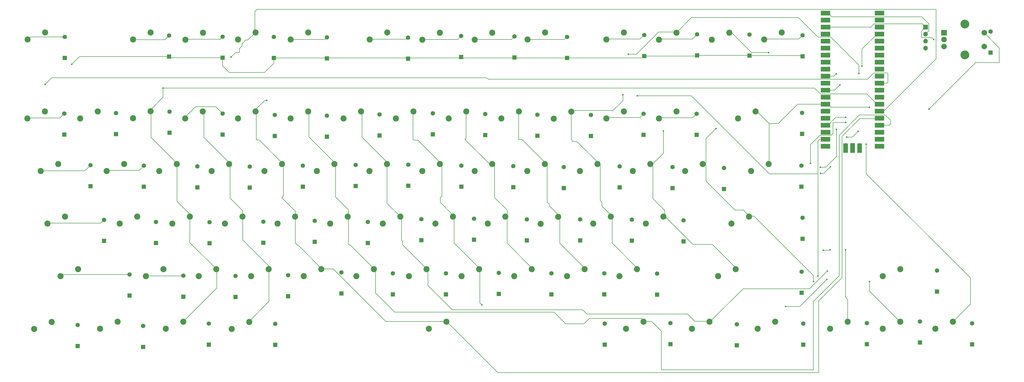
<source format=gbr>
%TF.GenerationSoftware,KiCad,Pcbnew,9.0.2*%
%TF.CreationDate,2025-06-22T22:51:18+05:30*%
%TF.ProjectId,hackboard,6861636b-626f-4617-9264-2e6b69636164,rev?*%
%TF.SameCoordinates,Original*%
%TF.FileFunction,Copper,L2,Bot*%
%TF.FilePolarity,Positive*%
%FSLAX46Y46*%
G04 Gerber Fmt 4.6, Leading zero omitted, Abs format (unit mm)*
G04 Created by KiCad (PCBNEW 9.0.2) date 2025-06-22 22:51:18*
%MOMM*%
%LPD*%
G01*
G04 APERTURE LIST*
G04 Aperture macros list*
%AMRoundRect*
0 Rectangle with rounded corners*
0 $1 Rounding radius*
0 $2 $3 $4 $5 $6 $7 $8 $9 X,Y pos of 4 corners*
0 Add a 4 corners polygon primitive as box body*
4,1,4,$2,$3,$4,$5,$6,$7,$8,$9,$2,$3,0*
0 Add four circle primitives for the rounded corners*
1,1,$1+$1,$2,$3*
1,1,$1+$1,$4,$5*
1,1,$1+$1,$6,$7*
1,1,$1+$1,$8,$9*
0 Add four rect primitives between the rounded corners*
20,1,$1+$1,$2,$3,$4,$5,0*
20,1,$1+$1,$4,$5,$6,$7,0*
20,1,$1+$1,$6,$7,$8,$9,0*
20,1,$1+$1,$8,$9,$2,$3,0*%
G04 Aperture macros list end*
%TA.AperFunction,ComponentPad*%
%ADD10C,2.200000*%
%TD*%
%TA.AperFunction,ComponentPad*%
%ADD11R,1.700000X1.700000*%
%TD*%
%TA.AperFunction,ComponentPad*%
%ADD12O,1.700000X1.700000*%
%TD*%
%TA.AperFunction,ComponentPad*%
%ADD13R,2.000000X2.000000*%
%TD*%
%TA.AperFunction,ComponentPad*%
%ADD14C,2.000000*%
%TD*%
%TA.AperFunction,ComponentPad*%
%ADD15C,3.200000*%
%TD*%
%TA.AperFunction,ComponentPad*%
%ADD16RoundRect,0.250000X0.550000X-0.550000X0.550000X0.550000X-0.550000X0.550000X-0.550000X-0.550000X0*%
%TD*%
%TA.AperFunction,ComponentPad*%
%ADD17C,1.600000*%
%TD*%
%TA.AperFunction,SMDPad,CuDef*%
%ADD18R,3.500000X1.700000*%
%TD*%
%TA.AperFunction,SMDPad,CuDef*%
%ADD19R,1.700000X3.500000*%
%TD*%
%TA.AperFunction,ViaPad*%
%ADD20C,0.600000*%
%TD*%
%TA.AperFunction,Conductor*%
%ADD21C,0.200000*%
%TD*%
G04 APERTURE END LIST*
D10*
%TO.P,SW44,1,1*%
%TO.N,col3*%
X128825000Y-293540000D03*
%TO.P,SW44,2,2*%
%TO.N,Net-(D44-A)*%
X122475000Y-296080000D03*
%TD*%
%TO.P,SW43,1,1*%
%TO.N,col2*%
X109790000Y-293540000D03*
%TO.P,SW43,2,2*%
%TO.N,Net-(D43-A)*%
X103440000Y-296080000D03*
%TD*%
%TO.P,SW52,1,1*%
%TO.N,col11*%
X281220000Y-293540000D03*
%TO.P,SW52,2,2*%
%TO.N,Net-(D52-A)*%
X274870000Y-296080000D03*
%TD*%
%TO.P,SW22,1,1*%
%TO.N,col9*%
X228880000Y-255440000D03*
%TO.P,SW22,2,2*%
%TO.N,Net-(D22-A)*%
X222530000Y-257980000D03*
%TD*%
%TO.P,SW18,1,1*%
%TO.N,col5*%
X152660000Y-255440000D03*
%TO.P,SW18,2,2*%
%TO.N,Net-(D18-A)*%
X146310000Y-257980000D03*
%TD*%
%TO.P,SW39,1,1*%
%TO.N,col12*%
X295510000Y-274500000D03*
%TO.P,SW39,2,2*%
%TO.N,Net-(D39-A)*%
X289160000Y-277040000D03*
%TD*%
%TO.P,SW74,1,1*%
%TO.N,col7*%
X316920000Y-331660000D03*
%TO.P,SW74,2,2*%
%TO.N,Net-(D74-A)*%
X310570000Y-334200000D03*
%TD*%
%TO.P,SW42,1,1*%
%TO.N,col1*%
X83600000Y-293560000D03*
%TO.P,SW42,2,2*%
%TO.N,Net-(D42-A)*%
X77250000Y-296100000D03*
%TD*%
%TO.P,SW27,1,1*%
%TO.N,col14*%
X333640000Y-255460000D03*
%TO.P,SW27,2,2*%
%TO.N,Net-(D27-A)*%
X327290000Y-258000000D03*
%TD*%
%TO.P,SW26,1,1*%
%TO.N,col13*%
X305020000Y-255450000D03*
%TO.P,SW26,2,2*%
%TO.N,Net-(D26-A)*%
X298670000Y-257990000D03*
%TD*%
%TO.P,SW68,1,1*%
%TO.N,col1*%
X78810000Y-331710000D03*
%TO.P,SW68,2,2*%
%TO.N,Net-(D68-A)*%
X72460000Y-334250000D03*
%TD*%
%TO.P,SW37,1,1*%
%TO.N,col10*%
X257350000Y-274530000D03*
%TO.P,SW37,2,2*%
%TO.N,Net-(D37-A)*%
X251000000Y-277070000D03*
%TD*%
%TO.P,SW49,1,1*%
%TO.N,col8*%
X224110000Y-293550000D03*
%TO.P,SW49,2,2*%
%TO.N,Net-(D49-A)*%
X217760000Y-296090000D03*
%TD*%
D11*
%TO.P,Brd1,1,GND*%
%TO.N,GND*%
X395230000Y-224870000D03*
D12*
%TO.P,Brd1,2,VCC*%
%TO.N,+5V*%
X395230000Y-227410000D03*
%TO.P,Brd1,3,SCL*%
%TO.N,Net-(Brd1-SCL)*%
X395230000Y-229950000D03*
%TO.P,Brd1,4,SDA*%
%TO.N,Net-(Brd1-SDA)*%
X395230000Y-232490000D03*
%TD*%
D10*
%TO.P,SW47,1,1*%
%TO.N,col6*%
X185980000Y-293540000D03*
%TO.P,SW47,2,2*%
%TO.N,Net-(D47-A)*%
X179630000Y-296080000D03*
%TD*%
%TO.P,SW45,1,1*%
%TO.N,col4*%
X147880000Y-293570000D03*
%TO.P,SW45,2,2*%
%TO.N,Net-(D45-A)*%
X141530000Y-296110000D03*
%TD*%
%TO.P,SW34,1,1*%
%TO.N,col7*%
X200240000Y-274520000D03*
%TO.P,SW34,2,2*%
%TO.N,Net-(D34-A)*%
X193890000Y-277060000D03*
%TD*%
%TO.P,SW12,1,1*%
%TO.N,col12*%
X324120000Y-226890000D03*
%TO.P,SW12,2,2*%
%TO.N,Net-(D12-A)*%
X317770000Y-229430000D03*
%TD*%
%TO.P,SW10,1,1*%
%TO.N,col10*%
X285960000Y-226860000D03*
%TO.P,SW10,2,2*%
%TO.N,Net-(D10-A)*%
X279610000Y-229400000D03*
%TD*%
%TO.P,SW4,1,1*%
%TO.N,col4*%
X152610000Y-226850000D03*
%TO.P,SW4,2,2*%
%TO.N,Net-(D4-A)*%
X146260000Y-229390000D03*
%TD*%
%TO.P,SW32,1,1*%
%TO.N,col5*%
X162150000Y-274510000D03*
%TO.P,SW32,2,2*%
%TO.N,Net-(D32-A)*%
X155800000Y-277050000D03*
%TD*%
%TO.P,SW35,1,1*%
%TO.N,col8*%
X219310000Y-274520000D03*
%TO.P,SW35,2,2*%
%TO.N,Net-(D35-A)*%
X212960000Y-277060000D03*
%TD*%
%TO.P,SW58,1,1*%
%TO.N,col4*%
X157400000Y-312620000D03*
%TO.P,SW58,2,2*%
%TO.N,Net-(D58-A)*%
X151050000Y-315160000D03*
%TD*%
%TO.P,SW16,1,1*%
%TO.N,col3*%
X114580000Y-255410000D03*
%TO.P,SW16,2,2*%
%TO.N,Net-(D16-A)*%
X108230000Y-257950000D03*
%TD*%
%TO.P,SW59,1,1*%
%TO.N,col5*%
X176450000Y-312590000D03*
%TO.P,SW59,2,2*%
%TO.N,Net-(D59-A)*%
X170100000Y-315130000D03*
%TD*%
%TO.P,SW78,1,1*%
%TO.N,col11*%
X405060000Y-331660000D03*
%TO.P,SW78,2,2*%
%TO.N,Net-(D78-A)*%
X398710000Y-334200000D03*
%TD*%
%TO.P,SW7,1,1*%
%TO.N,col7*%
X219360000Y-226920000D03*
%TO.P,SW7,2,2*%
%TO.N,Net-(D7-A)*%
X213010000Y-229460000D03*
%TD*%
%TO.P,SW6,1,1*%
%TO.N,col6*%
X200270000Y-226830000D03*
%TO.P,SW6,2,2*%
%TO.N,Net-(D6-A)*%
X193920000Y-229370000D03*
%TD*%
%TO.P,SW19,1,1*%
%TO.N,col6*%
X171690000Y-255440000D03*
%TO.P,SW19,2,2*%
%TO.N,Net-(D19-A)*%
X165340000Y-257980000D03*
%TD*%
%TO.P,SW28,1,1*%
%TO.N,col1*%
X81190000Y-274500000D03*
%TO.P,SW28,2,2*%
%TO.N,Net-(D28-A)*%
X74840000Y-277040000D03*
%TD*%
%TO.P,SW23,1,1*%
%TO.N,col10*%
X247920000Y-255480000D03*
%TO.P,SW23,2,2*%
%TO.N,Net-(D23-A)*%
X241570000Y-258020000D03*
%TD*%
%TO.P,SW2,1,1*%
%TO.N,col2*%
X114600000Y-226870000D03*
%TO.P,SW2,2,2*%
%TO.N,Net-(D2-A)*%
X108250000Y-229410000D03*
%TD*%
%TO.P,SW72,1,1*%
%TO.N,col5*%
X221680000Y-331660000D03*
%TO.P,SW72,2,2*%
%TO.N,Net-(D72-A)*%
X215330000Y-334200000D03*
%TD*%
%TO.P,SW55,1,1*%
%TO.N,col1*%
X88350000Y-312620000D03*
%TO.P,SW55,2,2*%
%TO.N,Net-(D55-A)*%
X82000000Y-315160000D03*
%TD*%
%TO.P,SW20,1,1*%
%TO.N,col7*%
X190770000Y-255440000D03*
%TO.P,SW20,2,2*%
%TO.N,Net-(D20-A)*%
X184420000Y-257980000D03*
%TD*%
%TO.P,SW36,1,1*%
%TO.N,col9*%
X238340000Y-274510000D03*
%TO.P,SW36,2,2*%
%TO.N,Net-(D36-A)*%
X231990000Y-277050000D03*
%TD*%
%TO.P,SW64,1,1*%
%TO.N,col10*%
X271710000Y-312630000D03*
%TO.P,SW64,2,2*%
%TO.N,Net-(D64-A)*%
X265360000Y-315170000D03*
%TD*%
%TO.P,SW8,1,1*%
%TO.N,col8*%
X238340000Y-226930000D03*
%TO.P,SW8,2,2*%
%TO.N,Net-(D8-A)*%
X231990000Y-229470000D03*
%TD*%
%TO.P,SW50,1,1*%
%TO.N,col9*%
X243060000Y-293520000D03*
%TO.P,SW50,2,2*%
%TO.N,Net-(D50-A)*%
X236710000Y-296060000D03*
%TD*%
%TO.P,SW54,1,1*%
%TO.N,col13*%
X331230000Y-293542500D03*
%TO.P,SW54,2,2*%
%TO.N,Net-(D54-A)*%
X324880000Y-296082500D03*
%TD*%
%TO.P,SW31,1,1*%
%TO.N,col4*%
X143090000Y-274510000D03*
%TO.P,SW31,2,2*%
%TO.N,Net-(D31-A)*%
X136740000Y-277050000D03*
%TD*%
%TO.P,SW17,1,1*%
%TO.N,col4*%
X133520000Y-255480000D03*
%TO.P,SW17,2,2*%
%TO.N,Net-(D17-A)*%
X127170000Y-258020000D03*
%TD*%
%TO.P,SW21,1,1*%
%TO.N,col8*%
X209810000Y-255440000D03*
%TO.P,SW21,2,2*%
%TO.N,Net-(D21-A)*%
X203460000Y-257980000D03*
%TD*%
D13*
%TO.P,SW79,A,A*%
%TO.N,enc2*%
X401910000Y-226900000D03*
D14*
%TO.P,SW79,B,B*%
%TO.N,enc1*%
X401910000Y-231900000D03*
%TO.P,SW79,C,C*%
%TO.N,GND*%
X401910000Y-229400000D03*
D15*
%TO.P,SW79,MP*%
%TO.N,N/C*%
X409410000Y-223800000D03*
X409410000Y-235000000D03*
D14*
%TO.P,SW79,S1,S1*%
%TO.N,Net-(D79-A)*%
X416410000Y-231900000D03*
%TO.P,SW79,S2,S2*%
%TO.N,col14*%
X416410000Y-226900000D03*
%TD*%
D10*
%TO.P,SW60,1,1*%
%TO.N,col6*%
X195500000Y-312590000D03*
%TO.P,SW60,2,2*%
%TO.N,Net-(D60-A)*%
X189150000Y-315130000D03*
%TD*%
%TO.P,SW71,1,1*%
%TO.N,col4*%
X150300000Y-331710000D03*
%TO.P,SW71,2,2*%
%TO.N,Net-(D71-A)*%
X143950000Y-334250000D03*
%TD*%
%TO.P,SW76,1,1*%
%TO.N,col9*%
X366960000Y-331620000D03*
%TO.P,SW76,2,2*%
%TO.N,Net-(D76-A)*%
X360610000Y-334160000D03*
%TD*%
%TO.P,SW69,1,1*%
%TO.N,col2*%
X102630000Y-331670000D03*
%TO.P,SW69,2,2*%
%TO.N,Net-(D69-A)*%
X96280000Y-334210000D03*
%TD*%
%TO.P,SW48,1,1*%
%TO.N,col7*%
X205010000Y-293570000D03*
%TO.P,SW48,2,2*%
%TO.N,Net-(D48-A)*%
X198660000Y-296110000D03*
%TD*%
%TO.P,SW11,1,1*%
%TO.N,col11*%
X305020000Y-226890000D03*
%TO.P,SW11,2,2*%
%TO.N,Net-(D11-A)*%
X298670000Y-229430000D03*
%TD*%
%TO.P,SW63,1,1*%
%TO.N,col9*%
X252650000Y-312630000D03*
%TO.P,SW63,2,2*%
%TO.N,Net-(D63-A)*%
X246300000Y-315170000D03*
%TD*%
%TO.P,SW29,1,1*%
%TO.N,col2*%
X105000000Y-274520000D03*
%TO.P,SW29,2,2*%
%TO.N,Net-(D29-A)*%
X98650000Y-277060000D03*
%TD*%
%TO.P,SW46,1,1*%
%TO.N,col5*%
X166900000Y-293540000D03*
%TO.P,SW46,2,2*%
%TO.N,Net-(D46-A)*%
X160550000Y-296080000D03*
%TD*%
%TO.P,SW33,1,1*%
%TO.N,col6*%
X181160000Y-274490000D03*
%TO.P,SW33,2,2*%
%TO.N,Net-(D33-A)*%
X174810000Y-277030000D03*
%TD*%
%TO.P,SW41,1,1*%
%TO.N,col14*%
X338380000Y-274520000D03*
%TO.P,SW41,2,2*%
%TO.N,Net-(D41-A)*%
X332030000Y-277060000D03*
%TD*%
%TO.P,SW1,1,1*%
%TO.N,col1*%
X76435000Y-226870000D03*
%TO.P,SW1,2,2*%
%TO.N,Net-(D1-A)*%
X70085000Y-229410000D03*
%TD*%
%TO.P,SW25,1,1*%
%TO.N,col12*%
X286000000Y-255480000D03*
%TO.P,SW25,2,2*%
%TO.N,Net-(D25-A)*%
X279650000Y-258020000D03*
%TD*%
%TO.P,SW57,1,1*%
%TO.N,col3*%
X138390000Y-312620000D03*
%TO.P,SW57,2,2*%
%TO.N,Net-(D57-A)*%
X132040000Y-315160000D03*
%TD*%
%TO.P,SW40,1,1*%
%TO.N,col13*%
X314540000Y-274500000D03*
%TO.P,SW40,2,2*%
%TO.N,Net-(D40-A)*%
X308190000Y-277040000D03*
%TD*%
%TO.P,SW61,1,1*%
%TO.N,col7*%
X214550000Y-312590000D03*
%TO.P,SW61,2,2*%
%TO.N,Net-(D61-A)*%
X208200000Y-315130000D03*
%TD*%
%TO.P,SW9,1,1*%
%TO.N,col9*%
X257430000Y-226830000D03*
%TO.P,SW9,2,2*%
%TO.N,Net-(D9-A)*%
X251080000Y-229370000D03*
%TD*%
%TO.P,SW5,1,1*%
%TO.N,col5*%
X171710000Y-226850000D03*
%TO.P,SW5,2,2*%
%TO.N,Net-(D5-A)*%
X165360000Y-229390000D03*
%TD*%
%TO.P,SW14,1,1*%
%TO.N,col1*%
X76360000Y-255440000D03*
%TO.P,SW14,2,2*%
%TO.N,Net-(D14-A)*%
X70010000Y-257980000D03*
%TD*%
%TO.P,SW77,1,1*%
%TO.N,col10*%
X386020000Y-331690000D03*
%TO.P,SW77,2,2*%
%TO.N,Net-(D77-A)*%
X379670000Y-334230000D03*
%TD*%
%TO.P,SW75,1,1*%
%TO.N,col8*%
X340740000Y-331680000D03*
%TO.P,SW75,2,2*%
%TO.N,Net-(D75-A)*%
X334390000Y-334220000D03*
%TD*%
%TO.P,SW53,1,1*%
%TO.N,col12*%
X300310000Y-293580000D03*
%TO.P,SW53,2,2*%
%TO.N,Net-(D53-A)*%
X293960000Y-296120000D03*
%TD*%
%TO.P,SW70,1,1*%
%TO.N,col3*%
X126460000Y-331650000D03*
%TO.P,SW70,2,2*%
%TO.N,Net-(D70-A)*%
X120110000Y-334190000D03*
%TD*%
%TO.P,SW15,1,1*%
%TO.N,col2*%
X95500000Y-255480000D03*
%TO.P,SW15,2,2*%
%TO.N,Net-(D15-A)*%
X89150000Y-258020000D03*
%TD*%
%TO.P,SW62,1,1*%
%TO.N,col8*%
X233600000Y-312590000D03*
%TO.P,SW62,2,2*%
%TO.N,Net-(D62-A)*%
X227250000Y-315130000D03*
%TD*%
%TO.P,SW56,1,1*%
%TO.N,col2*%
X119270000Y-312590000D03*
%TO.P,SW56,2,2*%
%TO.N,Net-(D56-A)*%
X112920000Y-315130000D03*
%TD*%
%TO.P,SW3,1,1*%
%TO.N,col3*%
X133550000Y-226880000D03*
%TO.P,SW3,2,2*%
%TO.N,Net-(D3-A)*%
X127200000Y-229420000D03*
%TD*%
%TO.P,SW65,1,1*%
%TO.N,col11*%
X290740000Y-312590000D03*
%TO.P,SW65,2,2*%
%TO.N,Net-(D65-A)*%
X284390000Y-315130000D03*
%TD*%
%TO.P,SW38,1,1*%
%TO.N,col11*%
X276430000Y-274530000D03*
%TO.P,SW38,2,2*%
%TO.N,Net-(D38-A)*%
X270080000Y-277070000D03*
%TD*%
%TO.P,SW67,1,1*%
%TO.N,col13*%
X386010000Y-312630000D03*
%TO.P,SW67,2,2*%
%TO.N,Net-(D67-A)*%
X379660000Y-315170000D03*
%TD*%
%TO.P,SW24,1,1*%
%TO.N,col11*%
X266890000Y-255510000D03*
%TO.P,SW24,2,2*%
%TO.N,Net-(D24-A)*%
X260540000Y-258050000D03*
%TD*%
%TO.P,SW30,1,1*%
%TO.N,col3*%
X124080000Y-274510000D03*
%TO.P,SW30,2,2*%
%TO.N,Net-(D30-A)*%
X117730000Y-277050000D03*
%TD*%
%TO.P,SW51,1,1*%
%TO.N,col10*%
X262210000Y-293610000D03*
%TO.P,SW51,2,2*%
%TO.N,Net-(D51-A)*%
X255860000Y-296150000D03*
%TD*%
%TO.P,SW73,1,1*%
%TO.N,col6*%
X293110000Y-331630000D03*
%TO.P,SW73,2,2*%
%TO.N,Net-(D73-A)*%
X286760000Y-334170000D03*
%TD*%
%TO.P,SW13,1,1*%
%TO.N,col13*%
X343120000Y-226870000D03*
%TO.P,SW13,2,2*%
%TO.N,Net-(D13-A)*%
X336770000Y-229410000D03*
%TD*%
%TO.P,SW66,1,1*%
%TO.N,col12*%
X326470000Y-312590000D03*
%TO.P,SW66,2,2*%
%TO.N,Net-(D66-A)*%
X320120000Y-315130000D03*
%TD*%
D16*
%TO.P,D6,1,K*%
%TO.N,row1*%
X207850000Y-236300000D03*
D17*
%TO.P,D6,2,A*%
%TO.N,Net-(D6-A)*%
X207850000Y-228680000D03*
%TD*%
D16*
%TO.P,D52,1,K*%
%TO.N,row4*%
X288875000Y-302250000D03*
D17*
%TO.P,D52,2,A*%
%TO.N,Net-(D52-A)*%
X288875000Y-294630000D03*
%TD*%
D16*
%TO.P,D4,1,K*%
%TO.N,row1*%
X159250000Y-236095000D03*
D17*
%TO.P,D4,2,A*%
%TO.N,Net-(D4-A)*%
X159250000Y-228475000D03*
%TD*%
D16*
%TO.P,D69,1,K*%
%TO.N,row6*%
X111890000Y-340760000D03*
D17*
%TO.P,D69,2,A*%
%TO.N,Net-(D69-A)*%
X111890000Y-333140000D03*
%TD*%
D16*
%TO.P,D54,1,K*%
%TO.N,row4*%
X350675000Y-301575000D03*
D17*
%TO.P,D54,2,A*%
%TO.N,Net-(D54-A)*%
X350675000Y-293955000D03*
%TD*%
D16*
%TO.P,D40,1,K*%
%TO.N,row3*%
X322175000Y-283550000D03*
D17*
%TO.P,D40,2,A*%
%TO.N,Net-(D40-A)*%
X322175000Y-275930000D03*
%TD*%
D16*
%TO.P,D57,1,K*%
%TO.N,row5*%
X145350000Y-322670000D03*
D17*
%TO.P,D57,2,A*%
%TO.N,Net-(D57-A)*%
X145350000Y-315050000D03*
%TD*%
D16*
%TO.P,D2,1,K*%
%TO.N,row1*%
X121275000Y-235550000D03*
D17*
%TO.P,D2,2,A*%
%TO.N,Net-(D2-A)*%
X121275000Y-227930000D03*
%TD*%
D16*
%TO.P,D12,1,K*%
%TO.N,row1*%
X331425000Y-235250000D03*
D17*
%TO.P,D12,2,A*%
%TO.N,Net-(D12-A)*%
X331425000Y-227630000D03*
%TD*%
D16*
%TO.P,D47,1,K*%
%TO.N,row4*%
X193250000Y-303150000D03*
D17*
%TO.P,D47,2,A*%
%TO.N,Net-(D47-A)*%
X193250000Y-295530000D03*
%TD*%
D16*
%TO.P,D21,1,K*%
%TO.N,row2*%
X216825000Y-263775000D03*
D17*
%TO.P,D21,2,A*%
%TO.N,Net-(D21-A)*%
X216825000Y-256155000D03*
%TD*%
D16*
%TO.P,D25,1,K*%
%TO.N,row2*%
X293100000Y-263950000D03*
D17*
%TO.P,D25,2,A*%
%TO.N,Net-(D25-A)*%
X293100000Y-256330000D03*
%TD*%
D16*
%TO.P,D16,1,K*%
%TO.N,row2*%
X121425000Y-263150000D03*
D17*
%TO.P,D16,2,A*%
%TO.N,Net-(D16-A)*%
X121425000Y-255530000D03*
%TD*%
D16*
%TO.P,D36,1,K*%
%TO.N,row3*%
X245950000Y-282875000D03*
D17*
%TO.P,D36,2,A*%
%TO.N,Net-(D36-A)*%
X245950000Y-275255000D03*
%TD*%
D16*
%TO.P,D17,1,K*%
%TO.N,row2*%
X140700000Y-263800000D03*
D17*
%TO.P,D17,2,A*%
%TO.N,Net-(D17-A)*%
X140700000Y-256180000D03*
%TD*%
D16*
%TO.P,D62,1,K*%
%TO.N,row5*%
X240700000Y-321600000D03*
D17*
%TO.P,D62,2,A*%
%TO.N,Net-(D62-A)*%
X240700000Y-313980000D03*
%TD*%
D16*
%TO.P,D1,1,K*%
%TO.N,row1*%
X83500000Y-236100000D03*
D17*
%TO.P,D1,2,A*%
%TO.N,Net-(D1-A)*%
X83500000Y-228480000D03*
%TD*%
D16*
%TO.P,D20,1,K*%
%TO.N,row2*%
X197500000Y-264200000D03*
D17*
%TO.P,D20,2,A*%
%TO.N,Net-(D20-A)*%
X197500000Y-256580000D03*
%TD*%
D16*
%TO.P,D8,1,K*%
%TO.N,row1*%
X246350000Y-235900000D03*
D17*
%TO.P,D8,2,A*%
%TO.N,Net-(D8-A)*%
X246350000Y-228280000D03*
%TD*%
D16*
%TO.P,D24,1,K*%
%TO.N,row2*%
X274050000Y-264350000D03*
D17*
%TO.P,D24,2,A*%
%TO.N,Net-(D24-A)*%
X274050000Y-256730000D03*
%TD*%
D16*
%TO.P,D70,1,K*%
%TO.N,row6*%
X135670000Y-339970000D03*
D17*
%TO.P,D70,2,A*%
%TO.N,Net-(D70-A)*%
X135670000Y-332350000D03*
%TD*%
D16*
%TO.P,D14,1,K*%
%TO.N,row2*%
X83400000Y-263825000D03*
D17*
%TO.P,D14,2,A*%
%TO.N,Net-(D14-A)*%
X83400000Y-256205000D03*
%TD*%
D16*
%TO.P,D13,1,K*%
%TO.N,row1*%
X350650000Y-235475000D03*
D17*
%TO.P,D13,2,A*%
%TO.N,Net-(D13-A)*%
X350650000Y-227855000D03*
%TD*%
D16*
%TO.P,D55,1,K*%
%TO.N,row5*%
X106975000Y-322150000D03*
D17*
%TO.P,D55,2,A*%
%TO.N,Net-(D55-A)*%
X106975000Y-314530000D03*
%TD*%
D16*
%TO.P,D75,1,K*%
%TO.N,row6*%
X350930000Y-339950000D03*
D17*
%TO.P,D75,2,A*%
%TO.N,Net-(D75-A)*%
X350930000Y-332330000D03*
%TD*%
D16*
%TO.P,D23,1,K*%
%TO.N,row2*%
X254650000Y-264225000D03*
D17*
%TO.P,D23,2,A*%
%TO.N,Net-(D23-A)*%
X254650000Y-256605000D03*
%TD*%
D16*
%TO.P,D26,1,K*%
%TO.N,row2*%
X312275000Y-263925000D03*
D17*
%TO.P,D26,2,A*%
%TO.N,Net-(D26-A)*%
X312275000Y-256305000D03*
%TD*%
D16*
%TO.P,D68,1,K*%
%TO.N,row6*%
X88180000Y-340440000D03*
D17*
%TO.P,D68,2,A*%
%TO.N,Net-(D68-A)*%
X88180000Y-332820000D03*
%TD*%
D16*
%TO.P,D49,1,K*%
%TO.N,row4*%
X231725000Y-301975000D03*
D17*
%TO.P,D49,2,A*%
%TO.N,Net-(D49-A)*%
X231725000Y-294355000D03*
%TD*%
D16*
%TO.P,D10,1,K*%
%TO.N,row1*%
X293300000Y-235350000D03*
D17*
%TO.P,D10,2,A*%
%TO.N,Net-(D10-A)*%
X293300000Y-227730000D03*
%TD*%
D16*
%TO.P,D37,1,K*%
%TO.N,row3*%
X264220000Y-283210000D03*
D17*
%TO.P,D37,2,A*%
%TO.N,Net-(D37-A)*%
X264220000Y-275590000D03*
%TD*%
D16*
%TO.P,D42,1,K*%
%TO.N,row4*%
X97800000Y-302350000D03*
D17*
%TO.P,D42,2,A*%
%TO.N,Net-(D42-A)*%
X97800000Y-294730000D03*
%TD*%
D16*
%TO.P,D78,1,K*%
%TO.N,row6*%
X412020000Y-339840000D03*
D17*
%TO.P,D78,2,A*%
%TO.N,Net-(D78-A)*%
X412020000Y-332220000D03*
%TD*%
D16*
%TO.P,D5,1,K*%
%TO.N,row1*%
X178425000Y-236250000D03*
D17*
%TO.P,D5,2,A*%
%TO.N,Net-(D5-A)*%
X178425000Y-228630000D03*
%TD*%
D16*
%TO.P,D45,1,K*%
%TO.N,row4*%
X155375000Y-303050000D03*
D17*
%TO.P,D45,2,A*%
%TO.N,Net-(D45-A)*%
X155375000Y-295430000D03*
%TD*%
D16*
%TO.P,D19,1,K*%
%TO.N,row2*%
X178425000Y-264600000D03*
D17*
%TO.P,D19,2,A*%
%TO.N,Net-(D19-A)*%
X178425000Y-256980000D03*
%TD*%
D16*
%TO.P,D32,1,K*%
%TO.N,row3*%
X169750000Y-282750000D03*
D17*
%TO.P,D32,2,A*%
%TO.N,Net-(D32-A)*%
X169750000Y-275130000D03*
%TD*%
D12*
%TO.P,U1,1,GPIO0*%
%TO.N,row1*%
X377630000Y-219780000D03*
D18*
X378530000Y-219780000D03*
D12*
%TO.P,U1,2,GPIO1*%
%TO.N,row2*%
X377630000Y-222320000D03*
D18*
X378530000Y-222320000D03*
D11*
%TO.P,U1,3,GND*%
%TO.N,unconnected-(U1-GND-Pad3)*%
X377630000Y-224860000D03*
D18*
%TO.N,unconnected-(U1-GND-Pad3)_1*%
X378530000Y-224860000D03*
D12*
%TO.P,U1,4,GPIO2*%
%TO.N,row3*%
X377630000Y-227400000D03*
D18*
X378530000Y-227400000D03*
D12*
%TO.P,U1,5,GPIO3*%
%TO.N,row4*%
X377630000Y-229940000D03*
D18*
X378530000Y-229940000D03*
D12*
%TO.P,U1,6,GPIO4*%
%TO.N,Net-(Brd1-SDA)*%
X377630000Y-232480000D03*
D18*
X378530000Y-232480000D03*
D12*
%TO.P,U1,7,GPIO5*%
%TO.N,Net-(Brd1-SCL)*%
X377630000Y-235020000D03*
D18*
X378530000Y-235020000D03*
D11*
%TO.P,U1,8,GND*%
%TO.N,unconnected-(U1-GND-Pad8)*%
X377630000Y-237560000D03*
D18*
%TO.N,unconnected-(U1-GND-Pad8)_1*%
X378530000Y-237560000D03*
D12*
%TO.P,U1,9,GPIO6*%
%TO.N,row5*%
X377630000Y-240100000D03*
D18*
X378530000Y-240100000D03*
D12*
%TO.P,U1,10,GPIO7*%
%TO.N,row6*%
X377630000Y-242640000D03*
D18*
X378530000Y-242640000D03*
D12*
%TO.P,U1,11,GPIO8*%
%TO.N,col1*%
X377630000Y-245180000D03*
D18*
X378530000Y-245180000D03*
D12*
%TO.P,U1,12,GPIO9*%
%TO.N,col2*%
X377630000Y-247720000D03*
D18*
X378530000Y-247720000D03*
D11*
%TO.P,U1,13,GND*%
%TO.N,unconnected-(U1-GND-Pad13)*%
X377630000Y-250260000D03*
D18*
%TO.N,unconnected-(U1-GND-Pad13)_1*%
X378530000Y-250260000D03*
D12*
%TO.P,U1,14,GPIO10*%
%TO.N,col3*%
X377630000Y-252800000D03*
D18*
X378530000Y-252800000D03*
D12*
%TO.P,U1,15,GPIO11*%
%TO.N,col4*%
X377630000Y-255340000D03*
D18*
X378530000Y-255340000D03*
D12*
%TO.P,U1,16,GPIO12*%
%TO.N,col5*%
X377630000Y-257880000D03*
D18*
X378530000Y-257880000D03*
D12*
%TO.P,U1,17,GPIO13*%
%TO.N,col6*%
X377630000Y-260420000D03*
D18*
X378530000Y-260420000D03*
D11*
%TO.P,U1,18,GND*%
%TO.N,unconnected-(U1-GND-Pad18)_1*%
X377630000Y-262960000D03*
D18*
%TO.N,unconnected-(U1-GND-Pad18)*%
X378530000Y-262960000D03*
D12*
%TO.P,U1,19,GPIO14*%
%TO.N,col7*%
X377630000Y-265500000D03*
D18*
X378530000Y-265500000D03*
D12*
%TO.P,U1,20,GPIO15*%
%TO.N,col8*%
X377630000Y-268040000D03*
D18*
X378530000Y-268040000D03*
D12*
%TO.P,U1,21,GPIO16*%
%TO.N,col9*%
X359850000Y-268040000D03*
D18*
X358950000Y-268040000D03*
D12*
%TO.P,U1,22,GPIO17*%
%TO.N,col10*%
X359850000Y-265500000D03*
D18*
X358950000Y-265500000D03*
D11*
%TO.P,U1,23,GND*%
%TO.N,unconnected-(U1-GND-Pad23)*%
X359850000Y-262960000D03*
D18*
%TO.N,unconnected-(U1-GND-Pad23)_1*%
X358950000Y-262960000D03*
D12*
%TO.P,U1,24,GPIO18*%
%TO.N,col11*%
X359850000Y-260420000D03*
D18*
X358950000Y-260420000D03*
D12*
%TO.P,U1,25,GPIO19*%
%TO.N,col12*%
X359850000Y-257880000D03*
D18*
X358950000Y-257880000D03*
D12*
%TO.P,U1,26,GPIO20*%
%TO.N,col13*%
X359850000Y-255340000D03*
D18*
X358950000Y-255340000D03*
D12*
%TO.P,U1,27,GPIO21*%
%TO.N,col14*%
X359850000Y-252800000D03*
D18*
X358950000Y-252800000D03*
D11*
%TO.P,U1,28,GND*%
%TO.N,unconnected-(U1-GND-Pad28)*%
X359850000Y-250260000D03*
D18*
%TO.N,unconnected-(U1-GND-Pad28)_1*%
X358950000Y-250260000D03*
D12*
%TO.P,U1,29,GPIO22*%
%TO.N,enc1*%
X359850000Y-247720000D03*
D18*
X358950000Y-247720000D03*
D12*
%TO.P,U1,30,RUN*%
%TO.N,unconnected-(U1-RUN-Pad30)_1*%
X359850000Y-245180000D03*
D18*
%TO.N,unconnected-(U1-RUN-Pad30)*%
X358950000Y-245180000D03*
D12*
%TO.P,U1,31,GPIO26_ADC0*%
%TO.N,enc2*%
X359850000Y-242640000D03*
D18*
X358950000Y-242640000D03*
D12*
%TO.P,U1,32,GPIO27_ADC1*%
%TO.N,unconnected-(U1-GPIO27_ADC1-Pad32)_1*%
X359850000Y-240100000D03*
D18*
%TO.N,unconnected-(U1-GPIO27_ADC1-Pad32)*%
X358950000Y-240100000D03*
D11*
%TO.P,U1,33,AGND*%
%TO.N,unconnected-(U1-AGND-Pad33)*%
X359850000Y-237560000D03*
D18*
%TO.N,unconnected-(U1-AGND-Pad33)_1*%
X358950000Y-237560000D03*
D12*
%TO.P,U1,34,GPIO28_ADC2*%
%TO.N,unconnected-(U1-GPIO28_ADC2-Pad34)_1*%
X359850000Y-235020000D03*
D18*
%TO.N,unconnected-(U1-GPIO28_ADC2-Pad34)*%
X358950000Y-235020000D03*
D12*
%TO.P,U1,35,ADC_VREF*%
%TO.N,unconnected-(U1-ADC_VREF-Pad35)*%
X359850000Y-232480000D03*
D18*
%TO.N,unconnected-(U1-ADC_VREF-Pad35)_1*%
X358950000Y-232480000D03*
D12*
%TO.P,U1,36,3V3*%
%TO.N,unconnected-(U1-3V3-Pad36)_1*%
X359850000Y-229940000D03*
D18*
%TO.N,unconnected-(U1-3V3-Pad36)*%
X358950000Y-229940000D03*
D12*
%TO.P,U1,37,3V3_EN*%
%TO.N,unconnected-(U1-3V3_EN-Pad37)*%
X359850000Y-227400000D03*
D18*
%TO.N,unconnected-(U1-3V3_EN-Pad37)_1*%
X358950000Y-227400000D03*
D11*
%TO.P,U1,38,GND*%
%TO.N,GND*%
X359850000Y-224860000D03*
D18*
X358950000Y-224860000D03*
D12*
%TO.P,U1,39,VSYS*%
%TO.N,unconnected-(U1-VSYS-Pad39)*%
X359850000Y-222320000D03*
D18*
%TO.N,unconnected-(U1-VSYS-Pad39)_1*%
X358950000Y-222320000D03*
D12*
%TO.P,U1,40,VBUS*%
%TO.N,+5V*%
X359850000Y-219780000D03*
D18*
X358950000Y-219780000D03*
D12*
%TO.P,U1,41,SWCLK*%
%TO.N,unconnected-(U1-SWCLK-Pad41)*%
X371280000Y-267810000D03*
D19*
%TO.N,unconnected-(U1-SWCLK-Pad41)_1*%
X371280000Y-268710000D03*
D11*
%TO.P,U1,42,GND*%
%TO.N,unconnected-(U1-GND-Pad42)*%
X368740000Y-267810000D03*
D19*
%TO.N,unconnected-(U1-GND-Pad42)_1*%
X368740000Y-268710000D03*
D12*
%TO.P,U1,43,SWDIO*%
%TO.N,unconnected-(U1-SWDIO-Pad43)_1*%
X366200000Y-267810000D03*
D19*
%TO.N,unconnected-(U1-SWDIO-Pad43)*%
X366200000Y-268710000D03*
%TD*%
D16*
%TO.P,D64,1,K*%
%TO.N,row5*%
X278875000Y-321725000D03*
D17*
%TO.P,D64,2,A*%
%TO.N,Net-(D64-A)*%
X278875000Y-314105000D03*
%TD*%
D16*
%TO.P,D72,1,K*%
%TO.N,row6*%
X279000000Y-339960000D03*
D17*
%TO.P,D72,2,A*%
%TO.N,Net-(D72-A)*%
X279000000Y-332340000D03*
%TD*%
D16*
%TO.P,D60,1,K*%
%TO.N,row5*%
X202350000Y-321725000D03*
D17*
%TO.P,D60,2,A*%
%TO.N,Net-(D60-A)*%
X202350000Y-314105000D03*
%TD*%
D16*
%TO.P,D31,1,K*%
%TO.N,row3*%
X150525000Y-283075000D03*
D17*
%TO.P,D31,2,A*%
%TO.N,Net-(D31-A)*%
X150525000Y-275455000D03*
%TD*%
D16*
%TO.P,D39,1,K*%
%TO.N,row3*%
X303625000Y-283235000D03*
D17*
%TO.P,D39,2,A*%
%TO.N,Net-(D39-A)*%
X303625000Y-275615000D03*
%TD*%
D16*
%TO.P,D76,1,K*%
%TO.N,row6*%
X373940000Y-339760000D03*
D17*
%TO.P,D76,2,A*%
%TO.N,Net-(D76-A)*%
X373940000Y-332140000D03*
%TD*%
D16*
%TO.P,D56,1,K*%
%TO.N,row5*%
X126450000Y-322625000D03*
D17*
%TO.P,D56,2,A*%
%TO.N,Net-(D56-A)*%
X126450000Y-315005000D03*
%TD*%
D16*
%TO.P,D48,1,K*%
%TO.N,row4*%
X212650000Y-302125000D03*
D17*
%TO.P,D48,2,A*%
%TO.N,Net-(D48-A)*%
X212650000Y-294505000D03*
%TD*%
D16*
%TO.P,D53,1,K*%
%TO.N,row4*%
X307600000Y-302500000D03*
D17*
%TO.P,D53,2,A*%
%TO.N,Net-(D53-A)*%
X307600000Y-294880000D03*
%TD*%
D16*
%TO.P,D3,1,K*%
%TO.N,row1*%
X140675000Y-235975000D03*
D17*
%TO.P,D3,2,A*%
%TO.N,Net-(D3-A)*%
X140675000Y-228355000D03*
%TD*%
D16*
%TO.P,D65,1,K*%
%TO.N,row5*%
X298000000Y-321825000D03*
D17*
%TO.P,D65,2,A*%
%TO.N,Net-(D65-A)*%
X298000000Y-314205000D03*
%TD*%
D16*
%TO.P,D74,1,K*%
%TO.N,row6*%
X326870000Y-340190000D03*
D17*
%TO.P,D74,2,A*%
%TO.N,Net-(D74-A)*%
X326870000Y-332570000D03*
%TD*%
D16*
%TO.P,D28,1,K*%
%TO.N,row3*%
X92825000Y-282575000D03*
D17*
%TO.P,D28,2,A*%
%TO.N,Net-(D28-A)*%
X92825000Y-274955000D03*
%TD*%
D16*
%TO.P,D71,1,K*%
%TO.N,row6*%
X159760000Y-340070000D03*
D17*
%TO.P,D71,2,A*%
%TO.N,Net-(D71-A)*%
X159760000Y-332450000D03*
%TD*%
D16*
%TO.P,D50,1,K*%
%TO.N,row4*%
X250800000Y-302225000D03*
D17*
%TO.P,D50,2,A*%
%TO.N,Net-(D50-A)*%
X250800000Y-294605000D03*
%TD*%
D16*
%TO.P,D77,1,K*%
%TO.N,row6*%
X393140000Y-339230000D03*
D17*
%TO.P,D77,2,A*%
%TO.N,Net-(D77-A)*%
X393140000Y-331610000D03*
%TD*%
D16*
%TO.P,D41,1,K*%
%TO.N,row3*%
X350250000Y-282710000D03*
D17*
%TO.P,D41,2,A*%
%TO.N,Net-(D41-A)*%
X350250000Y-275090000D03*
%TD*%
D16*
%TO.P,D38,1,K*%
%TO.N,row3*%
X284475000Y-283000000D03*
D17*
%TO.P,D38,2,A*%
%TO.N,Net-(D38-A)*%
X284475000Y-275380000D03*
%TD*%
D16*
%TO.P,D63,1,K*%
%TO.N,row5*%
X259750000Y-321775000D03*
D17*
%TO.P,D63,2,A*%
%TO.N,Net-(D63-A)*%
X259750000Y-314155000D03*
%TD*%
D16*
%TO.P,D11,1,K*%
%TO.N,row1*%
X312475000Y-235125000D03*
D17*
%TO.P,D11,2,A*%
%TO.N,Net-(D11-A)*%
X312475000Y-227505000D03*
%TD*%
D16*
%TO.P,D15,1,K*%
%TO.N,row2*%
X102075000Y-263625000D03*
D17*
%TO.P,D15,2,A*%
%TO.N,Net-(D15-A)*%
X102075000Y-256005000D03*
%TD*%
D16*
%TO.P,D67,1,K*%
%TO.N,row5*%
X399310000Y-320750000D03*
D17*
%TO.P,D67,2,A*%
%TO.N,Net-(D67-A)*%
X399310000Y-313130000D03*
%TD*%
D16*
%TO.P,D9,1,K*%
%TO.N,row1*%
X265375000Y-236025000D03*
D17*
%TO.P,D9,2,A*%
%TO.N,Net-(D9-A)*%
X265375000Y-228405000D03*
%TD*%
D16*
%TO.P,D59,1,K*%
%TO.N,row5*%
X183675000Y-321375000D03*
D17*
%TO.P,D59,2,A*%
%TO.N,Net-(D59-A)*%
X183675000Y-313755000D03*
%TD*%
D16*
%TO.P,D22,1,K*%
%TO.N,row2*%
X235800000Y-264025000D03*
D17*
%TO.P,D22,2,A*%
%TO.N,Net-(D22-A)*%
X235800000Y-256405000D03*
%TD*%
D16*
%TO.P,D27,1,K*%
%TO.N,row2*%
X350450000Y-263575000D03*
D17*
%TO.P,D27,2,A*%
%TO.N,Net-(D27-A)*%
X350450000Y-255955000D03*
%TD*%
D16*
%TO.P,D46,1,K*%
%TO.N,row4*%
X174075000Y-302675000D03*
D17*
%TO.P,D46,2,A*%
%TO.N,Net-(D46-A)*%
X174075000Y-295055000D03*
%TD*%
D16*
%TO.P,D18,1,K*%
%TO.N,row2*%
X159575000Y-264375000D03*
D17*
%TO.P,D18,2,A*%
%TO.N,Net-(D18-A)*%
X159575000Y-256755000D03*
%TD*%
D16*
%TO.P,D7,1,K*%
%TO.N,row1*%
X227025000Y-235750000D03*
D17*
%TO.P,D7,2,A*%
%TO.N,Net-(D7-A)*%
X227025000Y-228130000D03*
%TD*%
D16*
%TO.P,D58,1,K*%
%TO.N,row5*%
X164350000Y-322400000D03*
D17*
%TO.P,D58,2,A*%
%TO.N,Net-(D58-A)*%
X164350000Y-314780000D03*
%TD*%
D16*
%TO.P,D44,1,K*%
%TO.N,row4*%
X135925000Y-303225000D03*
D17*
%TO.P,D44,2,A*%
%TO.N,Net-(D44-A)*%
X135925000Y-295605000D03*
%TD*%
D16*
%TO.P,D66,1,K*%
%TO.N,row5*%
X350300000Y-321150000D03*
D17*
%TO.P,D66,2,A*%
%TO.N,Net-(D66-A)*%
X350300000Y-313530000D03*
%TD*%
D16*
%TO.P,D30,1,K*%
%TO.N,row3*%
X131500000Y-283000000D03*
D17*
%TO.P,D30,2,A*%
%TO.N,Net-(D30-A)*%
X131500000Y-275380000D03*
%TD*%
D16*
%TO.P,D34,1,K*%
%TO.N,row3*%
X207925000Y-282350000D03*
D17*
%TO.P,D34,2,A*%
%TO.N,Net-(D34-A)*%
X207925000Y-274730000D03*
%TD*%
D16*
%TO.P,D73,1,K*%
%TO.N,row6*%
X302860000Y-339820000D03*
D17*
%TO.P,D73,2,A*%
%TO.N,Net-(D73-A)*%
X302860000Y-332200000D03*
%TD*%
D16*
%TO.P,D33,1,K*%
%TO.N,row3*%
X188825000Y-282475000D03*
D17*
%TO.P,D33,2,A*%
%TO.N,Net-(D33-A)*%
X188825000Y-274855000D03*
%TD*%
D16*
%TO.P,D51,1,K*%
%TO.N,row4*%
X270175000Y-302225000D03*
D17*
%TO.P,D51,2,A*%
%TO.N,Net-(D51-A)*%
X270175000Y-294605000D03*
%TD*%
D16*
%TO.P,D61,1,K*%
%TO.N,row5*%
X221575000Y-321775000D03*
D17*
%TO.P,D61,2,A*%
%TO.N,Net-(D61-A)*%
X221575000Y-314155000D03*
%TD*%
D16*
%TO.P,D29,1,K*%
%TO.N,row3*%
X112150000Y-282750000D03*
D17*
%TO.P,D29,2,A*%
%TO.N,Net-(D29-A)*%
X112150000Y-275130000D03*
%TD*%
D16*
%TO.P,D79,1,K*%
%TO.N,row1*%
X418760000Y-234080000D03*
D17*
%TO.P,D79,2,A*%
%TO.N,Net-(D79-A)*%
X418760000Y-226460000D03*
%TD*%
D16*
%TO.P,D43,1,K*%
%TO.N,row4*%
X116550000Y-303150000D03*
D17*
%TO.P,D43,2,A*%
%TO.N,Net-(D43-A)*%
X116550000Y-295530000D03*
%TD*%
D16*
%TO.P,D35,1,K*%
%TO.N,row3*%
X227150000Y-282750000D03*
D17*
%TO.P,D35,2,A*%
%TO.N,Net-(D35-A)*%
X227150000Y-275130000D03*
%TD*%
D20*
%TO.N,GND*%
X398120000Y-229390000D03*
%TO.N,row1*%
X86100000Y-238330000D03*
%TO.N,row2*%
X362950000Y-262010000D03*
X357100000Y-275730000D03*
%TO.N,row3*%
X353530000Y-274270000D03*
X372160000Y-239020000D03*
X366290000Y-259400000D03*
%TO.N,col1*%
X76410000Y-245600000D03*
%TO.N,col2*%
X366660000Y-264770000D03*
X370830000Y-262610000D03*
%TO.N,col3*%
X119130000Y-246960000D03*
%TO.N,col4*%
X143740000Y-235750000D03*
%TO.N,col5*%
X156700000Y-251510000D03*
%TO.N,col7*%
X359610000Y-313290000D03*
%TO.N,col8*%
X344560000Y-326110000D03*
X234570000Y-325540000D03*
X359500000Y-316290000D03*
%TO.N,col9*%
X360680000Y-305580000D03*
X366200000Y-305580424D03*
X358230000Y-305730000D03*
%TO.N,col10*%
X356280000Y-315030000D03*
X290830000Y-249820000D03*
X374850000Y-317100000D03*
%TO.N,col11*%
X285620000Y-249340000D03*
X366290000Y-257560000D03*
X287540000Y-234730000D03*
X373690000Y-267300000D03*
X371060000Y-241760000D03*
%TO.N,col12*%
X300280000Y-262600000D03*
X338381000Y-234110000D03*
%TO.N,col13*%
X354660000Y-317090000D03*
X319310000Y-261630000D03*
%TO.N,col14*%
X374879000Y-253951000D03*
X396480000Y-254590000D03*
%TO.N,enc1*%
X364230000Y-245860000D03*
%TO.N,enc2*%
X362830000Y-241810000D03*
%TO.N,row4*%
X357170000Y-277910000D03*
X360750000Y-275550000D03*
%TD*%
D21*
%TO.N,GND*%
X395230000Y-224870000D02*
X394069000Y-223709000D01*
X393787760Y-228672240D02*
X393780000Y-228680000D01*
X393780000Y-226320000D02*
X395230000Y-224870000D01*
X375000000Y-224860000D02*
X359850000Y-224860000D01*
X375180000Y-225040000D02*
X375000000Y-224860000D01*
X398120000Y-229390000D02*
X397402240Y-228672240D01*
X393780000Y-228680000D02*
X393780000Y-226320000D01*
X376511000Y-223709000D02*
X375180000Y-225040000D01*
X394069000Y-223709000D02*
X376511000Y-223709000D01*
X397402240Y-228672240D02*
X393787760Y-228672240D01*
%TO.N,+5V*%
X361239000Y-221169000D02*
X393831000Y-221169000D01*
X396381000Y-223719000D02*
X396381000Y-226259000D01*
X396381000Y-226259000D02*
X395230000Y-227410000D01*
X359850000Y-219780000D02*
X361239000Y-221169000D01*
X393831000Y-221169000D02*
X396381000Y-223719000D01*
%TO.N,row1*%
X312475000Y-235125000D02*
X331300000Y-235125000D01*
X293300000Y-235350000D02*
X312250000Y-235350000D01*
X159250000Y-236095000D02*
X292555000Y-236095000D01*
X121700000Y-235975000D02*
X121275000Y-235550000D01*
X156040000Y-241340000D02*
X156040000Y-241180000D01*
X143070000Y-241340000D02*
X156040000Y-241340000D01*
X159250000Y-237970000D02*
X159250000Y-236095000D01*
X86100000Y-238330000D02*
X88880000Y-235550000D01*
X140675000Y-235975000D02*
X140675000Y-238945000D01*
X312250000Y-235350000D02*
X312475000Y-235125000D01*
X88880000Y-235550000D02*
X121275000Y-235550000D01*
X140675000Y-238945000D02*
X143070000Y-241340000D01*
X350425000Y-235250000D02*
X350650000Y-235475000D01*
X292555000Y-236095000D02*
X293300000Y-235350000D01*
X140675000Y-235975000D02*
X121700000Y-235975000D01*
X331425000Y-235250000D02*
X350425000Y-235250000D01*
X156040000Y-241180000D02*
X159250000Y-237970000D01*
X331300000Y-235125000D02*
X331425000Y-235250000D01*
%TO.N,Net-(D1-A)*%
X83500000Y-228480000D02*
X71015000Y-228480000D01*
X71015000Y-228480000D02*
X70085000Y-229410000D01*
%TO.N,Net-(D2-A)*%
X107935000Y-229460000D02*
X119745000Y-229460000D01*
X119745000Y-229460000D02*
X121275000Y-227930000D01*
%TO.N,Net-(D3-A)*%
X139720000Y-229310000D02*
X140675000Y-228355000D01*
X127060000Y-229310000D02*
X139720000Y-229310000D01*
%TO.N,Net-(D5-A)*%
X165090000Y-229360000D02*
X177695000Y-229360000D01*
X177695000Y-229360000D02*
X178425000Y-228630000D01*
%TO.N,Net-(D6-A)*%
X194665000Y-229260000D02*
X207270000Y-229260000D01*
X207270000Y-229260000D02*
X207850000Y-228680000D01*
%TO.N,Net-(D7-A)*%
X225820000Y-229335000D02*
X227025000Y-228130000D01*
X213665000Y-229335000D02*
X225820000Y-229335000D01*
%TO.N,Net-(D8-A)*%
X232845000Y-229385000D02*
X245245000Y-229385000D01*
X245245000Y-229385000D02*
X246350000Y-228280000D01*
%TO.N,Net-(D9-A)*%
X251965000Y-229410000D02*
X264370000Y-229410000D01*
X264370000Y-229410000D02*
X265375000Y-228405000D01*
%TO.N,Net-(D10-A)*%
X279740000Y-229210000D02*
X291820000Y-229210000D01*
X291820000Y-229210000D02*
X293300000Y-227730000D01*
%TO.N,Net-(D11-A)*%
X298890000Y-229210000D02*
X310770000Y-229210000D01*
X310770000Y-229210000D02*
X312475000Y-227505000D01*
%TO.N,Net-(D13-A)*%
X337260000Y-229210000D02*
X349295000Y-229210000D01*
X349295000Y-229210000D02*
X350650000Y-227855000D01*
%TO.N,Net-(D14-A)*%
X83400000Y-256205000D02*
X81770000Y-257835000D01*
X81770000Y-257835000D02*
X70110000Y-257835000D01*
%TO.N,row2*%
X362950000Y-271790000D02*
X362950000Y-262010000D01*
X359010000Y-275730000D02*
X362950000Y-271790000D01*
X362950000Y-262010000D02*
X362950000Y-261900000D01*
X357100000Y-275730000D02*
X359010000Y-275730000D01*
%TO.N,Net-(D17-A)*%
X126940000Y-257660000D02*
X130881000Y-253719000D01*
X130881000Y-253719000D02*
X138239000Y-253719000D01*
X138239000Y-253719000D02*
X140700000Y-256180000D01*
%TO.N,Net-(D25-A)*%
X279740000Y-257642500D02*
X291787500Y-257642500D01*
X291787500Y-257642500D02*
X293100000Y-256330000D01*
%TO.N,Net-(D26-A)*%
X310860000Y-257720000D02*
X312275000Y-256305000D01*
X298750000Y-257720000D02*
X310860000Y-257720000D01*
%TO.N,row3*%
X360959000Y-264111000D02*
X356899000Y-264111000D01*
X353530000Y-267480000D02*
X353530000Y-274270000D01*
X366290000Y-259400000D02*
X361790000Y-259400000D01*
X361660000Y-263410000D02*
X360959000Y-264111000D01*
X372160000Y-239020000D02*
X372160000Y-232870000D01*
X361660000Y-259530000D02*
X361660000Y-263410000D01*
X372160000Y-232870000D02*
X377630000Y-227400000D01*
X356899000Y-264111000D02*
X353530000Y-267480000D01*
X361790000Y-259400000D02*
X361660000Y-259530000D01*
%TO.N,Net-(D28-A)*%
X74865000Y-276935000D02*
X90845000Y-276935000D01*
X90845000Y-276935000D02*
X92825000Y-274955000D01*
%TO.N,Net-(D29-A)*%
X98715000Y-276760000D02*
X110520000Y-276760000D01*
X110520000Y-276760000D02*
X112150000Y-275130000D01*
%TO.N,Net-(D42-A)*%
X77240000Y-295935000D02*
X96595000Y-295935000D01*
X96595000Y-295935000D02*
X97800000Y-294730000D01*
%TO.N,Net-(D55-A)*%
X81840000Y-315135000D02*
X82445000Y-314530000D01*
X82445000Y-314530000D02*
X106975000Y-314530000D01*
%TO.N,Net-(D56-A)*%
X126370000Y-315085000D02*
X126450000Y-315005000D01*
X112815000Y-315085000D02*
X126370000Y-315085000D01*
%TO.N,col1*%
X381570000Y-244870000D02*
X381260000Y-245180000D01*
X236280000Y-243230000D02*
X236841000Y-243791000D01*
X381260000Y-245180000D02*
X377630000Y-245180000D01*
X374177000Y-243791000D02*
X376479000Y-241489000D01*
X381570000Y-241780000D02*
X381570000Y-244870000D01*
X236841000Y-243791000D02*
X374177000Y-243791000D01*
X76410000Y-245600000D02*
X78780000Y-243230000D01*
X78780000Y-243230000D02*
X236280000Y-243230000D01*
X376479000Y-241489000D02*
X381279000Y-241489000D01*
X381279000Y-241489000D02*
X381570000Y-241780000D01*
%TO.N,col2*%
X366660000Y-264770000D02*
X368670000Y-264770000D01*
X368670000Y-264770000D02*
X370830000Y-262610000D01*
%TO.N,col3*%
X128780000Y-301910000D02*
X128780000Y-302965000D01*
X119130000Y-246960000D02*
X119130000Y-250300000D01*
X119130000Y-250300000D02*
X114760000Y-254670000D01*
X114760000Y-254670000D02*
X114760000Y-264865000D01*
X114760000Y-264865000D02*
X124165000Y-274270000D01*
X138530000Y-319460000D02*
X126420000Y-331570000D01*
X124165000Y-288025000D02*
X128825000Y-292685000D01*
X357137000Y-249109000D02*
X373939000Y-249109000D01*
X128825000Y-301865000D02*
X128780000Y-301910000D01*
X124165000Y-274270000D02*
X124165000Y-288025000D01*
X373939000Y-249109000D02*
X377630000Y-252800000D01*
X128780000Y-302965000D02*
X138530000Y-312715000D01*
X138530000Y-312715000D02*
X138530000Y-319460000D01*
X128825000Y-292685000D02*
X128825000Y-301865000D01*
X119130000Y-246960000D02*
X354988000Y-246960000D01*
X354988000Y-246960000D02*
X357137000Y-249109000D01*
%TO.N,col4*%
X147965000Y-291445000D02*
X143385000Y-286865000D01*
X380070000Y-255340000D02*
X399000000Y-236410000D01*
X146800000Y-234000000D02*
X145490000Y-234000000D01*
X133290000Y-255120000D02*
X133910000Y-255740000D01*
X133910000Y-264880000D02*
X143270000Y-274240000D01*
X147965000Y-302015000D02*
X147965000Y-293435000D01*
X133910000Y-255740000D02*
X133910000Y-264880000D01*
X143385000Y-286865000D02*
X143385000Y-274195000D01*
X147719000Y-230956184D02*
X147719000Y-231721000D01*
X157490000Y-324320000D02*
X157490000Y-312520000D01*
X399000000Y-218431000D02*
X153149000Y-218431000D01*
X157490000Y-311540000D02*
X147965000Y-302015000D01*
X149861000Y-229579000D02*
X149096184Y-229579000D01*
X150270000Y-331540000D02*
X157490000Y-324320000D01*
X153149000Y-218431000D02*
X152365000Y-219215000D01*
X152365000Y-227075000D02*
X149861000Y-229579000D01*
X152365000Y-219215000D02*
X152365000Y-227075000D01*
X377630000Y-255340000D02*
X380070000Y-255340000D01*
X145490000Y-234000000D02*
X143740000Y-235750000D01*
X147719000Y-231721000D02*
X146800000Y-232640000D01*
X157490000Y-312520000D02*
X157490000Y-311540000D01*
X146800000Y-232640000D02*
X146800000Y-234000000D01*
X149096184Y-229579000D02*
X147719000Y-230956184D01*
X399000000Y-236410000D02*
X399000000Y-218431000D01*
X147965000Y-293435000D02*
X147965000Y-291445000D01*
%TO.N,col5*%
X162690000Y-286140000D02*
X162690000Y-274325000D01*
X167000000Y-291610000D02*
X162110000Y-286720000D01*
X162110000Y-286720000D02*
X162690000Y-286140000D01*
X176610000Y-312510000D02*
X168090000Y-303990000D01*
X240320000Y-350100000D02*
X221770000Y-331550000D01*
X162380000Y-274220000D02*
X153970000Y-265810000D01*
X167000000Y-303120000D02*
X167000000Y-291610000D01*
X180770000Y-312510000D02*
X176610000Y-312510000D01*
X364980000Y-264450000D02*
X364980000Y-315640000D01*
X153970000Y-265810000D02*
X153040000Y-265810000D01*
X152870000Y-265640000D02*
X152870000Y-254540000D01*
X356470000Y-324150000D02*
X356470000Y-350100000D01*
X153040000Y-265810000D02*
X152870000Y-265640000D01*
X168090000Y-303990000D02*
X167870000Y-303990000D01*
X221770000Y-331550000D02*
X199810000Y-331550000D01*
X199810000Y-331550000D02*
X180770000Y-312510000D01*
X364980000Y-315640000D02*
X356470000Y-324150000D01*
X152870000Y-254540000D02*
X155900000Y-251510000D01*
X371390000Y-258040000D02*
X364980000Y-264450000D01*
X155900000Y-251510000D02*
X156700000Y-251510000D01*
X377630000Y-257880000D02*
X377470000Y-258040000D01*
X377470000Y-258040000D02*
X371390000Y-258040000D01*
X167870000Y-303990000D02*
X167000000Y-303120000D01*
X356470000Y-350100000D02*
X240320000Y-350100000D01*
%TO.N,col6*%
X186845000Y-303780000D02*
X186430000Y-303780000D01*
X171950000Y-264690000D02*
X181480000Y-274220000D01*
X186240000Y-291090000D02*
X181620000Y-286470000D01*
X371271000Y-256729000D02*
X363920000Y-264080000D01*
X186240000Y-303590000D02*
X186240000Y-291090000D01*
X377630000Y-260420000D02*
X382030000Y-260420000D01*
X296060000Y-331560000D02*
X293435000Y-331560000D01*
X354580000Y-349090000D02*
X299550000Y-349090000D01*
X292315000Y-330440000D02*
X273470000Y-330440000D01*
X382460000Y-258608000D02*
X380581000Y-256729000D01*
X264860000Y-332420000D02*
X260620000Y-328180000D01*
X293435000Y-331560000D02*
X292315000Y-330440000D01*
X196080000Y-321230000D02*
X196080000Y-313015000D01*
X354580000Y-324350000D02*
X354580000Y-349090000D01*
X171950000Y-255555000D02*
X171950000Y-264690000D01*
X271490000Y-332420000D02*
X264860000Y-332420000D01*
X186430000Y-303780000D02*
X186240000Y-303590000D01*
X203030000Y-328180000D02*
X196080000Y-321230000D01*
X380581000Y-256729000D02*
X371271000Y-256729000D01*
X363920000Y-315010000D02*
X354580000Y-324350000D01*
X260620000Y-328180000D02*
X203030000Y-328180000D01*
X181620000Y-286470000D02*
X181620000Y-274580000D01*
X382460000Y-260100000D02*
X382460000Y-258608000D01*
X363920000Y-264080000D02*
X363920000Y-315010000D01*
X273470000Y-330440000D02*
X271490000Y-332420000D01*
X299530000Y-349070000D02*
X299530000Y-335030000D01*
X196080000Y-313015000D02*
X186845000Y-303780000D01*
X382350000Y-260100000D02*
X382460000Y-260100000D01*
X181620000Y-274580000D02*
X181840000Y-274360000D01*
X171440000Y-255045000D02*
X171950000Y-255555000D01*
X382030000Y-260420000D02*
X382350000Y-260100000D01*
X299530000Y-335030000D02*
X296060000Y-331560000D01*
%TO.N,col7*%
X329136100Y-319683900D02*
X317310000Y-331510000D01*
X215030000Y-312940000D02*
X205830000Y-303740000D01*
X272620000Y-328890000D02*
X271070000Y-327340000D01*
X359610000Y-313290000D02*
X353216100Y-319683900D01*
X200240000Y-274520000D02*
X200240000Y-288800000D01*
X223800000Y-327340000D02*
X215030000Y-318570000D01*
X205830000Y-302420000D02*
X205445000Y-302035000D01*
X311660000Y-331510000D02*
X309040000Y-328890000D01*
X191150000Y-255630000D02*
X191150000Y-264750000D01*
X190540000Y-255020000D02*
X191150000Y-255630000D01*
X271070000Y-327340000D02*
X223800000Y-327340000D01*
X205830000Y-303740000D02*
X205830000Y-302420000D01*
X215030000Y-318570000D02*
X215030000Y-312940000D01*
X353216100Y-319683900D02*
X329136100Y-319683900D01*
X309040000Y-328890000D02*
X272620000Y-328890000D01*
X359610000Y-313290000D02*
X359660000Y-313240000D01*
X191150000Y-264750000D02*
X200670000Y-274270000D01*
X205445000Y-302035000D02*
X205445000Y-293430000D01*
X200240000Y-288800000D02*
X205010000Y-293570000D01*
X317310000Y-331510000D02*
X311660000Y-331510000D01*
%TO.N,col8*%
X220065000Y-286135000D02*
X220065000Y-274385000D01*
X341110000Y-331520000D02*
X341250000Y-331520000D01*
X209640000Y-265540000D02*
X209640000Y-255077500D01*
X224545000Y-293455000D02*
X219480000Y-288390000D01*
X341250000Y-331520000D02*
X341620000Y-331150000D01*
X344560000Y-326110000D02*
X349680000Y-326110000D01*
X224545000Y-303155000D02*
X224545000Y-293455000D01*
X233800000Y-312410000D02*
X224545000Y-303155000D01*
X219790000Y-274270000D02*
X211400000Y-265880000D01*
X219480000Y-288390000D02*
X219480000Y-286720000D01*
X349680000Y-326110000D02*
X359500000Y-316290000D01*
X211400000Y-265880000D02*
X209980000Y-265880000D01*
X219480000Y-286720000D02*
X220065000Y-286135000D01*
X234570000Y-325540000D02*
X233800000Y-324770000D01*
X233800000Y-324770000D02*
X233800000Y-312410000D01*
X209980000Y-265880000D02*
X209640000Y-265540000D01*
%TO.N,col9*%
X243695000Y-293530000D02*
X243695000Y-291185000D01*
X252900000Y-312410000D02*
X243695000Y-303205000D01*
X366200000Y-322740000D02*
X366960000Y-323500000D01*
X228782400Y-265207600D02*
X228782400Y-255052500D01*
X228400000Y-265590000D02*
X228782400Y-265207600D01*
X360530000Y-305730000D02*
X358230000Y-305730000D01*
X243695000Y-291185000D02*
X239190000Y-286680000D01*
X366960000Y-331620000D02*
X366960000Y-323500000D01*
X238860000Y-274370000D02*
X237180000Y-274370000D01*
X243695000Y-303205000D02*
X243695000Y-293530000D01*
X360680000Y-305580000D02*
X360530000Y-305730000D01*
X366200000Y-305580424D02*
X366200000Y-322740000D01*
X239190000Y-286680000D02*
X239190000Y-274385000D01*
X237180000Y-274370000D02*
X228400000Y-265590000D01*
%TO.N,col10*%
X258215000Y-288345000D02*
X258215000Y-274385000D01*
X247895000Y-265435000D02*
X247895000Y-255077500D01*
X257880000Y-274420000D02*
X249050000Y-265590000D01*
X310370000Y-249820000D02*
X338630000Y-278080000D01*
X356960000Y-265500000D02*
X359850000Y-265500000D01*
X249050000Y-265590000D02*
X247910000Y-265590000D01*
X272000000Y-312410000D02*
X262800000Y-303210000D01*
X262800000Y-293480000D02*
X258980000Y-289660000D01*
X247910000Y-265450000D02*
X247895000Y-265435000D01*
X356280000Y-315030000D02*
X356280000Y-278080000D01*
X374850000Y-320520000D02*
X374850000Y-317100000D01*
X258980000Y-289660000D02*
X258980000Y-289110000D01*
X385800000Y-331470000D02*
X374850000Y-320520000D01*
X262800000Y-303210000D02*
X262800000Y-293480000D01*
X356280000Y-266180000D02*
X356960000Y-265500000D01*
X356280000Y-278080000D02*
X356280000Y-266180000D01*
X338630000Y-278080000D02*
X356280000Y-278080000D01*
X247910000Y-265590000D02*
X247910000Y-265450000D01*
X290830000Y-249820000D02*
X310370000Y-249820000D01*
X258980000Y-289110000D02*
X258215000Y-288345000D01*
%TO.N,col11*%
X290570000Y-234730000D02*
X287540000Y-234730000D01*
X371060000Y-238660000D02*
X371060000Y-241760000D01*
X268980000Y-266390000D02*
X267640000Y-266390000D01*
X310480000Y-221430000D02*
X349120000Y-221430000D01*
X291330000Y-233970000D02*
X290570000Y-234730000D01*
X305240000Y-226670000D02*
X310480000Y-221430000D01*
X290990000Y-312450000D02*
X281700000Y-303160000D01*
X411420000Y-325300000D02*
X405060000Y-331660000D01*
X373690000Y-278043000D02*
X411420000Y-315773000D01*
X285620000Y-249340000D02*
X285620000Y-251520000D01*
X277980000Y-289760000D02*
X277980000Y-288350000D01*
X277390000Y-287760000D02*
X277390000Y-274385000D01*
X356241000Y-228551000D02*
X360951000Y-228551000D01*
X361360000Y-228960000D02*
X371060000Y-238660000D01*
X267640000Y-266390000D02*
X266965000Y-265715000D01*
X305240000Y-226670000D02*
X298630000Y-226670000D01*
X281700000Y-293480000D02*
X277980000Y-289760000D01*
X411420000Y-315773000D02*
X411420000Y-325300000D01*
X281700000Y-303160000D02*
X281700000Y-293480000D01*
X285620000Y-251520000D02*
X281830000Y-255310000D01*
X349120000Y-221430000D02*
X356241000Y-228551000D01*
X266965000Y-265715000D02*
X266965000Y-255077500D01*
X359850000Y-260420000D02*
X362710000Y-257560000D01*
X281830000Y-255310000D02*
X281597500Y-255077500D01*
X298630000Y-226670000D02*
X291330000Y-233970000D01*
X373690000Y-267300000D02*
X373690000Y-278043000D01*
X277980000Y-288350000D02*
X277390000Y-287760000D01*
X281597500Y-255077500D02*
X266965000Y-255077500D01*
X362710000Y-257560000D02*
X366290000Y-257560000D01*
X276960000Y-274370000D02*
X268980000Y-266390000D01*
X360951000Y-228551000D02*
X361360000Y-228960000D01*
%TO.N,col12*%
X310940000Y-303640000D02*
X300790000Y-293490000D01*
X326840000Y-312500000D02*
X317980000Y-303640000D01*
X324731160Y-226670000D02*
X332171160Y-234110000D01*
X300280000Y-270570000D02*
X300280000Y-262600000D01*
X324415000Y-226670000D02*
X324731160Y-226670000D01*
X296465000Y-287035000D02*
X296465000Y-274385000D01*
X317980000Y-303640000D02*
X310940000Y-303640000D01*
X332171160Y-234110000D02*
X338381000Y-234110000D01*
X300790000Y-291360000D02*
X296465000Y-287035000D01*
X296465000Y-274385000D02*
X300280000Y-270570000D01*
X300790000Y-293490000D02*
X300790000Y-291360000D01*
%TO.N,col13*%
X333035634Y-293360000D02*
X331480000Y-293360000D01*
X329430000Y-291310000D02*
X329430000Y-291170000D01*
X331480000Y-293360000D02*
X329430000Y-291310000D01*
X354660000Y-317090000D02*
X354660000Y-314984366D01*
X319350000Y-261590000D02*
X319310000Y-261630000D01*
X326150000Y-291170000D02*
X315650000Y-280670000D01*
X354660000Y-314984366D02*
X333035634Y-293360000D01*
X315650000Y-280670000D02*
X315650000Y-274240000D01*
X329430000Y-291170000D02*
X326150000Y-291170000D01*
X319310000Y-261630000D02*
X315650000Y-265290000D01*
X315650000Y-265290000D02*
X315650000Y-274240000D01*
%TO.N,col14*%
X396480000Y-254590000D02*
X413080000Y-237990000D01*
X348913065Y-252800000D02*
X341843065Y-259870000D01*
X421900000Y-232390000D02*
X416410000Y-226900000D01*
X374879000Y-253951000D02*
X361001000Y-253951000D01*
X341843065Y-259870000D02*
X338550000Y-259870000D01*
X413080000Y-237720000D02*
X421900000Y-237720000D01*
X421900000Y-237720000D02*
X421900000Y-232390000D01*
X359850000Y-252800000D02*
X348913065Y-252800000D01*
X338550000Y-274290000D02*
X338550000Y-259870000D01*
X413080000Y-237990000D02*
X413080000Y-237720000D01*
X361001000Y-253951000D02*
X359850000Y-252800000D01*
X338550000Y-259870000D02*
X333810000Y-255130000D01*
%TO.N,enc1*%
X364110000Y-245860000D02*
X362250000Y-247720000D01*
X364230000Y-245860000D02*
X364110000Y-245860000D01*
X362250000Y-247720000D02*
X359850000Y-247720000D01*
%TO.N,enc2*%
X359850000Y-242640000D02*
X362000000Y-242640000D01*
X362000000Y-242640000D02*
X362830000Y-241810000D01*
%TO.N,row4*%
X357170000Y-277910000D02*
X358390000Y-277910000D01*
X358390000Y-277910000D02*
X360750000Y-275550000D01*
%TD*%
M02*

</source>
